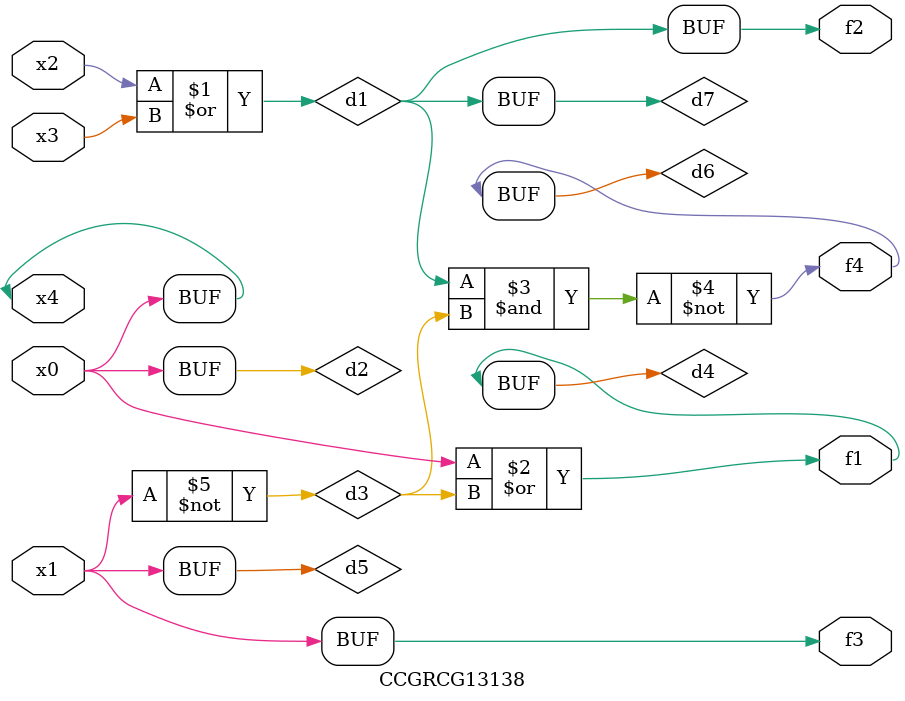
<source format=v>
module CCGRCG13138(
	input x0, x1, x2, x3, x4,
	output f1, f2, f3, f4
);

	wire d1, d2, d3, d4, d5, d6, d7;

	or (d1, x2, x3);
	buf (d2, x0, x4);
	not (d3, x1);
	or (d4, d2, d3);
	not (d5, d3);
	nand (d6, d1, d3);
	or (d7, d1);
	assign f1 = d4;
	assign f2 = d7;
	assign f3 = d5;
	assign f4 = d6;
endmodule

</source>
